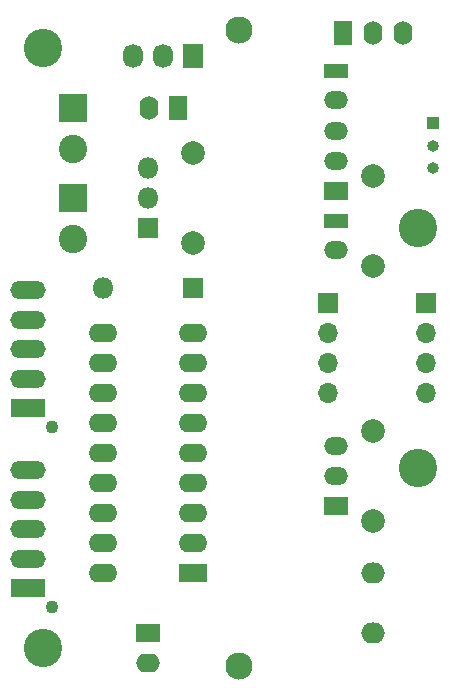
<source format=gbs>
G04 #@! TF.FileFunction,Soldermask,Bot*
%FSLAX46Y46*%
G04 Gerber Fmt 4.6, Leading zero omitted, Abs format (unit mm)*
G04 Created by KiCad (PCBNEW 4.0.6) date 09/25/19 08:33:56*
%MOMM*%
%LPD*%
G01*
G04 APERTURE LIST*
%ADD10C,0.100000*%
%ADD11R,1.800000X1.800000*%
%ADD12O,1.800000X1.800000*%
%ADD13R,1.000000X1.000000*%
%ADD14O,1.000000X1.000000*%
%ADD15R,1.700000X1.700000*%
%ADD16O,1.700000X1.700000*%
%ADD17O,2.000000X1.778000*%
%ADD18R,1.500000X2.000000*%
%ADD19O,1.600000X2.000000*%
%ADD20R,2.000000X1.300000*%
%ADD21O,2.000000X1.500000*%
%ADD22R,1.600000X2.000000*%
%ADD23O,2.000000X1.600000*%
%ADD24R,2.000000X1.600000*%
%ADD25O,2.000000X1.520000*%
%ADD26R,2.000000X1.520000*%
%ADD27R,3.000000X1.500000*%
%ADD28O,3.000000X1.500000*%
%ADD29C,1.100000*%
%ADD30C,3.250000*%
%ADD31R,1.727200X2.032000*%
%ADD32O,1.727200X2.032000*%
%ADD33C,2.400000*%
%ADD34R,2.400000X2.400000*%
%ADD35C,2.300000*%
%ADD36R,2.400000X1.600000*%
%ADD37O,2.400000X1.600000*%
%ADD38C,2.000000*%
G04 APERTURE END LIST*
D10*
D11*
X138430000Y-83820000D03*
D12*
X130810000Y-83820000D03*
D13*
X158750000Y-69850000D03*
D14*
X158750000Y-71755000D03*
X158750000Y-73660000D03*
D15*
X149860000Y-85090000D03*
D16*
X149860000Y-87630000D03*
X149860000Y-90170000D03*
X149860000Y-92710000D03*
D15*
X158115000Y-85090000D03*
D16*
X158115000Y-87630000D03*
X158115000Y-90170000D03*
X158115000Y-92710000D03*
D17*
X153670000Y-113030000D03*
X153670000Y-107950000D03*
D18*
X151130000Y-62230000D03*
D19*
X153670000Y-62230000D03*
X156210000Y-62230000D03*
D20*
X150495000Y-78105000D03*
D21*
X150495000Y-80605000D03*
D20*
X150495000Y-65405000D03*
D21*
X150495000Y-67905000D03*
D22*
X137160000Y-68580000D03*
D19*
X134660000Y-68580000D03*
D23*
X134620000Y-115530000D03*
D24*
X134620000Y-113030000D03*
D25*
X150495000Y-73025000D03*
X150495000Y-70485000D03*
D26*
X150495000Y-75565000D03*
D25*
X150495000Y-99695000D03*
X150495000Y-97155000D03*
D26*
X150495000Y-102235000D03*
D27*
X124460000Y-93980000D03*
D28*
X124460000Y-91480000D03*
X124460000Y-88980000D03*
X124460000Y-86480000D03*
X124460000Y-83980000D03*
D29*
X126460000Y-95580000D03*
D30*
X157480000Y-99060000D03*
X125730000Y-114300000D03*
X157480000Y-78740000D03*
X125730000Y-63500000D03*
D31*
X138430000Y-64135000D03*
D32*
X135890000Y-64135000D03*
X133350000Y-64135000D03*
D33*
X128270000Y-72080000D03*
D34*
X128270000Y-68580000D03*
D33*
X128270000Y-79700000D03*
D34*
X128270000Y-76200000D03*
D35*
X142310000Y-62000000D03*
X142310000Y-115800000D03*
D36*
X138430000Y-107950000D03*
D37*
X130810000Y-87630000D03*
X138430000Y-105410000D03*
X130810000Y-90170000D03*
X138430000Y-102870000D03*
X130810000Y-92710000D03*
X138430000Y-100330000D03*
X130810000Y-95250000D03*
X138430000Y-97790000D03*
X130810000Y-97790000D03*
X138430000Y-95250000D03*
X130810000Y-100330000D03*
X138430000Y-92710000D03*
X130810000Y-102870000D03*
X138430000Y-90170000D03*
X130810000Y-105410000D03*
X138430000Y-87630000D03*
X130810000Y-107950000D03*
D27*
X124460000Y-109220000D03*
D28*
X124460000Y-106720000D03*
X124460000Y-104220000D03*
X124460000Y-101720000D03*
X124460000Y-99220000D03*
D29*
X126460000Y-110820000D03*
D11*
X134620000Y-78740000D03*
D12*
X134620000Y-76200000D03*
X134620000Y-73660000D03*
D38*
X138430000Y-72390000D03*
X138430000Y-80010000D03*
X153670000Y-103505000D03*
X153670000Y-95885000D03*
X153670000Y-74295000D03*
X153670000Y-81915000D03*
M02*

</source>
